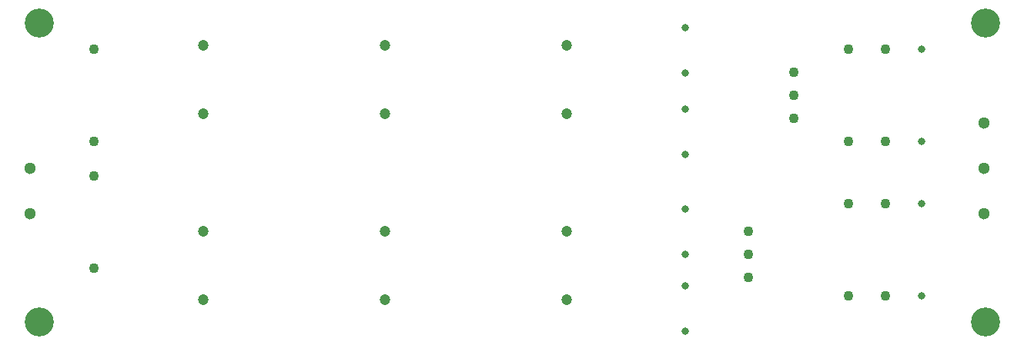
<source format=gbr>
%TF.GenerationSoftware,KiCad,Pcbnew,8.0.7*%
%TF.CreationDate,2025-01-30T08:13:18+10:00*%
%TF.ProjectId,MFOS_Power_Supply_PCB,4d464f53-5f50-46f7-9765-725f53757070,rev?*%
%TF.SameCoordinates,Original*%
%TF.FileFunction,Plated,1,2,PTH,Drill*%
%TF.FilePolarity,Positive*%
%FSLAX46Y46*%
G04 Gerber Fmt 4.6, Leading zero omitted, Abs format (unit mm)*
G04 Created by KiCad (PCBNEW 8.0.7) date 2025-01-30 08:13:18*
%MOMM*%
%LPD*%
G01*
G04 APERTURE LIST*
%TA.AperFunction,ComponentDrill*%
%ADD10C,0.800000*%
%TD*%
%TA.AperFunction,ComponentDrill*%
%ADD11C,1.100000*%
%TD*%
%TA.AperFunction,ComponentDrill*%
%ADD12C,1.200000*%
%TD*%
%TA.AperFunction,ComponentDrill*%
%ADD13C,1.300000*%
%TD*%
%TA.AperFunction,ComponentDrill*%
%ADD14C,3.200000*%
%TD*%
G04 APERTURE END LIST*
D10*
%TO.C,C7*%
X164000000Y-76500000D03*
X164000000Y-81500000D03*
%TO.C,C5*%
X164000000Y-85500000D03*
X164000000Y-90500000D03*
%TO.C,C10*%
X164000000Y-96500000D03*
X164000000Y-101500000D03*
%TO.C,C9*%
X164000000Y-105000000D03*
X164000000Y-110000000D03*
%TO.C,R1*%
X190000000Y-78920000D03*
X190000000Y-89080000D03*
%TO.C,R2*%
X190000000Y-95920000D03*
X190000000Y-106080000D03*
D11*
%TO.C,D2*%
X99000000Y-78920000D03*
X99000000Y-89080000D03*
%TO.C,D1*%
X99000000Y-92920000D03*
X99000000Y-103080000D03*
%TO.C,U2*%
X171000000Y-99000000D03*
X171000000Y-101540000D03*
X171000000Y-104080000D03*
%TO.C,U1*%
X176000000Y-81460000D03*
X176000000Y-84000000D03*
X176000000Y-86540000D03*
%TO.C,D4*%
X182000000Y-78920000D03*
X182000000Y-89080000D03*
%TO.C,D6*%
X182000000Y-95920000D03*
X182000000Y-106080000D03*
%TO.C,D3*%
X186000000Y-78920000D03*
X186000000Y-89080000D03*
%TO.C,D5*%
X186000000Y-95920000D03*
X186000000Y-106080000D03*
D12*
%TO.C,C1*%
X111000000Y-78500000D03*
X111000000Y-86000000D03*
%TO.C,C4*%
X111000000Y-99000000D03*
X111000000Y-106500000D03*
%TO.C,C2*%
X131000000Y-78500000D03*
X131000000Y-86000000D03*
%TO.C,C6*%
X131000000Y-99000000D03*
X131000000Y-106500000D03*
%TO.C,C3*%
X151000000Y-78500000D03*
X151000000Y-86000000D03*
%TO.C,C8*%
X151000000Y-99000000D03*
X151000000Y-106500000D03*
D13*
%TO.C,J1*%
X92000000Y-92000000D03*
X92000000Y-97000000D03*
%TO.C,J2*%
X196905000Y-87000000D03*
X196905000Y-92000000D03*
X196905000Y-97000000D03*
D14*
%TO.C,M1*%
X93000000Y-76000000D03*
%TO.C,M2*%
X93000000Y-109000000D03*
%TO.C,M3*%
X197000000Y-76000000D03*
%TO.C,M4*%
X197000000Y-109000000D03*
M02*

</source>
